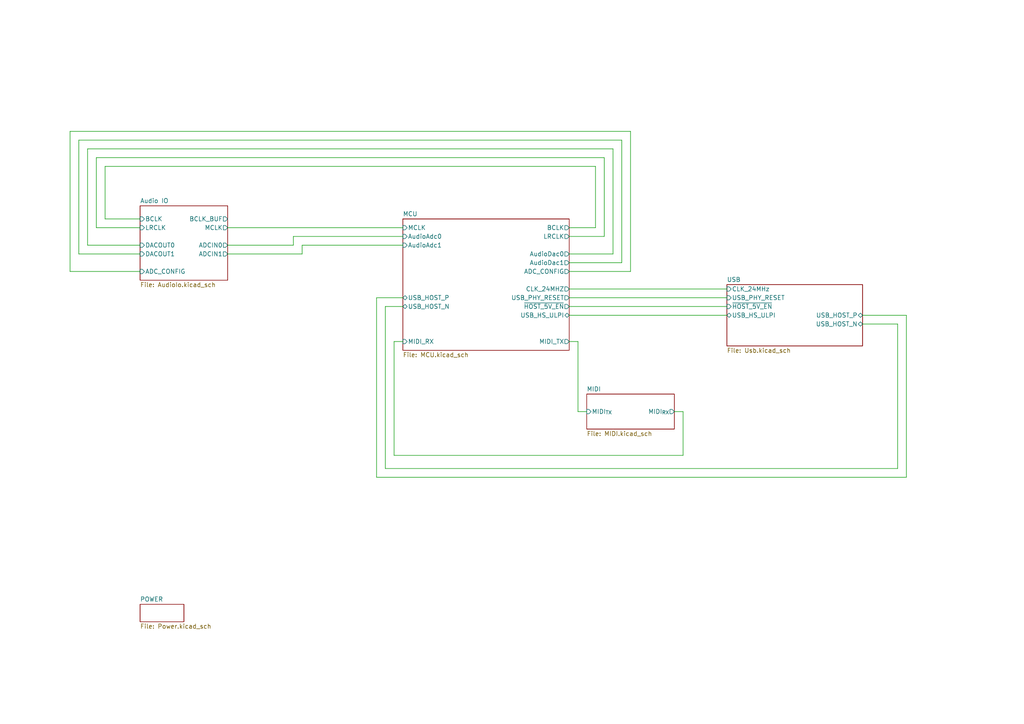
<source format=kicad_sch>
(kicad_sch (version 20230121) (generator eeschema)
  (paper "A4")
  (lib_symbols)
  (wire (pts (xy 111.76 88.9) (xy 111.76 135.89)))
  (wire (pts (xy 165.1 76.2) (xy 180.34 76.2)))
  (wire (pts (xy 165.1 78.74) (xy 182.88 78.74)))
  (wire (pts (xy 165.1 91.44) (xy 210.82 91.44)))
  (wire (pts (xy 111.76 135.89) (xy 260.35 135.89)))
  (wire (pts (xy 167.64 99.06) (xy 165.1 99.06)))
  (wire (pts (xy 250.19 91.44) (xy 262.89 91.44)))
  (wire (pts (xy 198.12 132.08) (xy 114.3 132.08)))
  (wire (pts (xy 27.94 45.72) (xy 175.26 45.72)))
  (wire (pts (xy 165.1 86.36) (xy 210.82 86.36)))
  (wire (pts (xy 30.48 48.26) (xy 30.48 63.5)))
  (wire (pts (xy 262.89 91.44) (xy 262.89 138.43)))
  (wire (pts (xy 20.32 78.74) (xy 40.64 78.74)))
  (wire (pts (xy 66.04 71.12) (xy 85.09 71.12)))
  (wire (pts (xy 172.72 66.04) (xy 172.72 48.26)))
  (wire (pts (xy 260.35 93.98) (xy 250.19 93.98)))
  (wire (pts (xy 170.18 119.38) (xy 167.64 119.38)))
  (wire (pts (xy 182.88 78.74) (xy 182.88 38.1)))
  (wire (pts (xy 172.72 48.26) (xy 30.48 48.26)))
  (wire (pts (xy 25.4 43.18) (xy 177.8 43.18)))
  (wire (pts (xy 182.88 38.1) (xy 20.32 38.1)))
  (wire (pts (xy 165.1 83.82) (xy 210.82 83.82)))
  (wire (pts (xy 165.1 88.9) (xy 210.82 88.9)))
  (wire (pts (xy 85.09 71.12) (xy 85.09 68.58)))
  (wire (pts (xy 262.89 138.43) (xy 109.22 138.43)))
  (wire (pts (xy 165.1 66.04) (xy 172.72 66.04)))
  (wire (pts (xy 22.86 73.66) (xy 40.64 73.66)))
  (wire (pts (xy 85.09 68.58) (xy 116.84 68.58)))
  (wire (pts (xy 198.12 119.38) (xy 198.12 132.08)))
  (wire (pts (xy 114.3 132.08) (xy 114.3 99.06)))
  (wire (pts (xy 177.8 73.66) (xy 165.1 73.66)))
  (wire (pts (xy 40.64 66.04) (xy 27.94 66.04)))
  (wire (pts (xy 177.8 43.18) (xy 177.8 73.66)))
  (wire (pts (xy 87.63 73.66) (xy 66.04 73.66)))
  (wire (pts (xy 180.34 76.2) (xy 180.34 40.64)))
  (wire (pts (xy 66.04 66.04) (xy 116.84 66.04)))
  (wire (pts (xy 40.64 71.12) (xy 25.4 71.12)))
  (wire (pts (xy 195.58 119.38) (xy 198.12 119.38)))
  (wire (pts (xy 87.63 71.12) (xy 116.84 71.12)))
  (wire (pts (xy 116.84 88.9) (xy 111.76 88.9)))
  (wire (pts (xy 114.3 99.06) (xy 116.84 99.06)))
  (wire (pts (xy 175.26 68.58) (xy 165.1 68.58)))
  (wire (pts (xy 260.35 135.89) (xy 260.35 93.98)))
  (wire (pts (xy 180.34 40.64) (xy 22.86 40.64)))
  (wire (pts (xy 167.64 119.38) (xy 167.64 99.06)))
  (wire (pts (xy 22.86 40.64) (xy 22.86 73.66)))
  (wire (pts (xy 25.4 71.12) (xy 25.4 43.18)))
  (wire (pts (xy 20.32 38.1) (xy 20.32 78.74)))
  (wire (pts (xy 109.22 138.43) (xy 109.22 86.36)))
  (wire (pts (xy 30.48 63.5) (xy 40.64 63.5)))
  (wire (pts (xy 87.63 71.12) (xy 87.63 73.66)))
  (wire (pts (xy 175.26 45.72) (xy 175.26 68.58)))
  (wire (pts (xy 109.22 86.36) (xy 116.84 86.36)))
  (wire (pts (xy 27.94 66.04) (xy 27.94 45.72)))
  (sheet (at 40.64 59.69) (size 25.4 21.59) (stroke (width 0.1524))
    (property "Sheetname" "Audio IO" (at 40.64 58.9784 0) (effects (justify left bottom)))
    (property "Sheetfile" "AudioIo.kicad_sch" (at 40.64 81.8646 0) (effects (justify left top)))
    (pin "BCLK_BUF" output (at 66.04 63.5 0))
    (pin "BCLK" input (at 40.64 63.5 180))
    (pin "ADCIN0" output (at 66.04 71.12 0))
    (pin "MCLK" output (at 66.04 66.04 0))
    (pin "LRCLK" input (at 40.64 66.04 180))
    (pin "ADC_CONFIG" input (at 40.64 78.74 180))
    (pin "ADCIN1" output (at 66.04 73.66 0))
    (pin "DACOUT1" input (at 40.64 73.66 180))
    (pin "DACOUT0" input (at 40.64 71.12 180))
  )
  (sheet (at 116.84 63.5) (size 48.26 38.1) (stroke (width 0.1524))
    (property "Sheetname" "MCU" (at 116.84 62.7884 0) (effects (justify left bottom)))
    (property "Sheetfile" "MCU.kicad_sch" (at 116.84 102.1846 0) (effects (justify left top)))
    (pin "MCLK" input (at 116.84 66.04 180))
    (pin "BCLK" output (at 165.1 66.04 0))
    (pin "LRCLK" output (at 165.1 68.58 0))
    (pin "CLK_24MHZ" output (at 165.1 83.82 0))
    (pin "AudioAdc1" input (at 116.84 71.12 180))
    (pin "AudioAdc0" input (at 116.84 68.58 180))
    (pin "AudioDac0" output (at 165.1 73.66 0))
    (pin "AudioDac1" output (at 165.1 76.2 0))
    (pin "USB_HOST_P" bidirectional (at 116.84 86.36 180))
    (pin "USB_HOST_N" bidirectional (at 116.84 88.9 180))
    (pin "USB_HS_ULPI" bidirectional (at 165.1 91.44 0))
    (pin "MIDI_RX" input (at 116.84 99.06 180))
    (pin "MIDI_TX" output (at 165.1 99.06 0))
    (pin "~{HOST_5V_EN}" output (at 165.1 88.9 0))
    (pin "USB_PHY_RESET" output (at 165.1 86.36 0))
    (pin "ADC_CONFIG" output (at 165.1 78.74 0))
  )
  (sheet (at 210.82 82.55) (size 39.37 17.78) (stroke (width 0.1524))
    (property "Sheetname" "USB" (at 210.82 81.8384 0) (effects (justify left bottom)))
    (property "Sheetfile" "Usb.kicad_sch" (at 210.82 100.9146 0) (effects (justify left top)))
    (pin "USB_PHY_RESET" input (at 210.82 86.36 180))
    (pin "USB_HS_ULPI" bidirectional (at 210.82 91.44 180))
    (pin "CLK_24MHz" input (at 210.82 83.82 180))
    (pin "USB_HOST_P" bidirectional (at 250.19 91.44 0))
    (pin "USB_HOST_N" bidirectional (at 250.19 93.98 0))
    (pin "~{HOST_5V_EN}" input (at 210.82 88.9 180))
  )
  (sheet (at 170.18 114.3) (size 25.4 10.16) (stroke (width 0.1524))
    (property "Sheetname" "MIDI" (at 170.18 113.5884 0) (effects (justify left bottom)))
    (property "Sheetfile" "MIDI.kicad_sch" (at 170.18 125.0446 0) (effects (justify left top)))
    (pin "MIDI_{TX}" input (at 170.18 119.38 180))
    (pin "MIDI_{RX}" output (at 195.58 119.38 0))
  )
  (sheet (at 40.64 175.26) (size 12.7 5.08) (stroke (width 0.1524))
    (property "Sheetname" "POWER" (at 40.64 174.5484 0) (effects (justify left bottom)))
    (property "Sheetfile" "Power.kicad_sch" (at 40.64 180.9246 0) (effects (justify left top)))
  )
)
</source>
